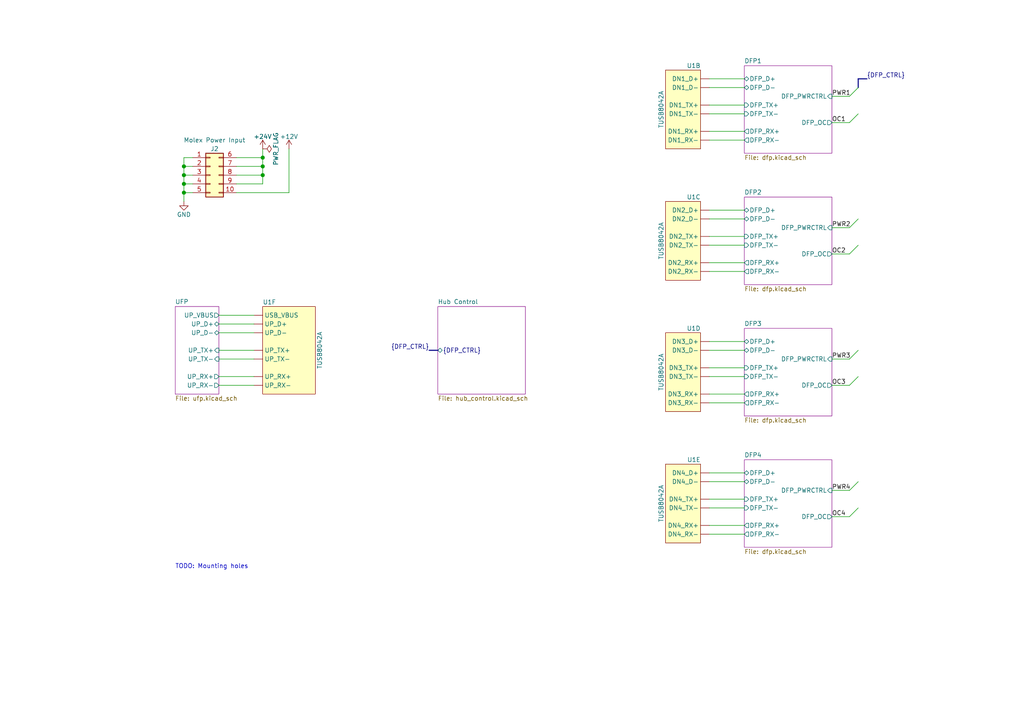
<source format=kicad_sch>
(kicad_sch (version 20210621) (generator eeschema)
  (paper "A4")
  (lib_symbols
    (symbol "Connector_Generic:Conn_02x05_Top_Bottom" (pin_names (offset 1.016) hide)
      (property "Reference" "J" (at 1.27 7.62 0))
      (property "Value" "Conn_02x05_Top_Bottom" (at 1.27 -7.62 0))
      (symbol "Conn_02x05_Top_Bottom_1_1"
        (rectangle (start -1.27 -4.953) (end 0 -5.207) (stroke (width 0.1524)))
        (rectangle (start -1.27 -2.413) (end 0 -2.667) (stroke (width 0.1524)))
        (rectangle (start -1.27 0.127) (end 0 -0.127) (stroke (width 0.1524)))
        (rectangle (start -1.27 2.667) (end 0 2.413) (stroke (width 0.1524)))
        (rectangle (start -1.27 5.207) (end 0 4.953) (stroke (width 0.1524)))
        (rectangle (start 3.81 -4.953) (end 2.54 -5.207) (stroke (width 0.1524)))
        (rectangle (start 3.81 -2.413) (end 2.54 -2.667) (stroke (width 0.1524)))
        (rectangle (start 3.81 0.127) (end 2.54 -0.127) (stroke (width 0.1524)))
        (rectangle (start 3.81 2.667) (end 2.54 2.413) (stroke (width 0.1524)))
        (rectangle (start 3.81 5.207) (end 2.54 4.953) (stroke (width 0.1524)))
        (rectangle (start -1.27 6.35) (end 3.81 -6.35) (stroke (width 0.254)) (fill (type background)))
        (pin passive line (at -5.08 5.08 0) (length 3.81) (name "Pin_1") (number "1"))
        (pin passive line (at 7.62 -5.08 180) (length 3.81) (name "Pin_10") (number "10"))
        (pin passive line (at -5.08 2.54 0) (length 3.81) (name "Pin_2") (number "2"))
        (pin passive line (at -5.08 0 0) (length 3.81) (name "Pin_3") (number "3"))
        (pin passive line (at -5.08 -2.54 0) (length 3.81) (name "Pin_4") (number "4"))
        (pin passive line (at -5.08 -5.08 0) (length 3.81) (name "Pin_5") (number "5"))
        (pin passive line (at 7.62 5.08 180) (length 3.81) (name "Pin_6") (number "6"))
        (pin passive line (at 7.62 2.54 180) (length 3.81) (name "Pin_7") (number "7"))
        (pin passive line (at 7.62 0 180) (length 3.81) (name "Pin_8") (number "8"))
        (pin passive line (at 7.62 -2.54 180) (length 3.81) (name "Pin_9") (number "9"))
      )
    )
    (symbol "DX-MON:TUSB8042A" (pin_numbers hide)
      (property "Reference" "U" (at -20.32 21.59 0))
      (property "Value" "TUSB8042A" (at 20.32 -21.59 0))
      (symbol "TUSB8042A_1_1"
        (rectangle (start -20.32 20.32) (end 20.32 -20.32) (stroke (width 0.1524)) (fill (type background)))
        (pin passive line (at -2.54 22.86 270) (length 2.54) hide (name "VDD") (number "13"))
        (pin power_in line (at 2.54 22.86 270) (length 2.54) (name "VDD33") (number "16"))
        (pin passive line (at -2.54 22.86 270) (length 2.54) hide (name "VDD") (number "21"))
        (pin passive line (at -2.54 22.86 270) (length 2.54) hide (name "VDD") (number "28"))
        (pin passive line (at -2.54 22.86 270) (length 2.54) hide (name "VDD") (number "31"))
        (pin bidirectional line (at -22.86 -15.24 0) (length 2.54) (name "PWRCTRL4") (number "32"))
        (pin bidirectional line (at -22.86 -12.7 0) (length 2.54) (name "PWRCTRL3") (number "33"))
        (pin passive line (at 2.54 22.86 270) (length 2.54) hide (name "VDD33") (number "34"))
        (pin bidirectional line (at -22.86 -10.16 0) (length 2.54) (name "PWRCTRL2") (number "35"))
        (pin bidirectional line (at -22.86 -7.62 0) (length 2.54) (name "PWRCTRL1") (number "36"))
        (pin bidirectional line (at 22.86 -12.7 180) (length 2.54) (name "SDA") (number "37"))
        (pin input line (at 22.86 -15.24 180) (length 2.54) (name "SCL") (number "38"))
        (pin bidirectional line (at 22.86 -5.08 180) (length 2.54) (name "~{SMBUS}/SS_SUSPEND") (number "39"))
        (pin bidirectional line (at -6.35 -22.86 90) (length 2.54) (name "~{FULLPWRMGMT}/~{FULLAUTO}/SMBA1/SS_UP") (number "40"))
        (pin bidirectional line (at 22.86 -2.54 180) (length 2.54) (name "PWRCTRL_POL") (number "41"))
        (pin bidirectional line (at 22.86 0 180) (length 2.54) (name "GANGED/SMBA2/HS_UP") (number "42"))
        (pin input line (at -22.86 -2.54 0) (length 2.54) (name "~{OVERCUR4}") (number "43"))
        (pin input line (at -22.86 0 0) (length 2.54) (name "~{OVERCUR3}") (number "44"))
        (pin bidirectional line (at 22.86 -7.62 180) (length 2.54) (name "~{AUTOEN}/HS_SUSPEND") (number "45"))
        (pin input line (at -22.86 5.08 0) (length 2.54) (name "~{OVERCUR1}") (number "46"))
        (pin input line (at -22.86 2.54 0) (length 2.54) (name "~{OVERCUR2}") (number "47"))
        (pin input line (at 22.86 7.62 180) (length 2.54) (name "TEST") (number "49"))
        (pin power_in line (at -2.54 22.86 270) (length 2.54) (name "VDD") (number "5"))
        (pin input line (at 22.86 17.78 180) (length 2.54) (name "~{GRST}") (number "50"))
        (pin passive line (at -2.54 22.86 270) (length 2.54) hide (name "VDD") (number "51"))
        (pin passive line (at 2.54 22.86 270) (length 2.54) hide (name "VDD33") (number "52"))
        (pin passive line (at -2.54 22.86 270) (length 2.54) hide (name "VDD") (number "57"))
        (pin output clock (at -22.86 12.7 0) (length 2.54) (name "XO") (number "61"))
        (pin input clock (at -22.86 15.24 0) (length 2.54) (name "XI") (number "62"))
        (pin input line (at 22.86 12.7 180) (length 2.54) (name "USB_R1") (number "64"))
        (pin power_in line (at 0 -22.86 90) (length 2.54) (name "GND") (number "65"))
        (pin passive line (at -2.54 22.86 270) (length 2.54) hide (name "VDD") (number "8"))
      )
      (symbol "TUSB8042A_2_1"
        (rectangle (start -5.08 11.43) (end 5.08 -11.43) (stroke (width 0.1524)) (fill (type background)))
        (pin bidirectional line (at -7.62 8.89 0) (length 2.54) (name "DN1_D+") (number "1"))
        (pin bidirectional line (at -7.62 6.35 0) (length 2.54) (name "DN1_D-") (number "2"))
        (pin output line (at -7.62 1.27 0) (length 2.54) (name "DN1_TX+") (number "3"))
        (pin output line (at -7.62 -1.27 0) (length 2.54) (name "DN1_TX-") (number "4"))
        (pin input line (at -7.62 -6.35 0) (length 2.54) (name "DN1_RX+") (number "6"))
        (pin input line (at -7.62 -8.89 0) (length 2.54) (name "DN1_RX-") (number "7"))
      )
      (symbol "TUSB8042A_3_1"
        (rectangle (start -5.08 11.43) (end 5.08 -11.43) (stroke (width 0.1524)) (fill (type background)))
        (pin bidirectional line (at -7.62 6.35 0) (length 2.54) (name "DN2_D-") (number "10"))
        (pin output line (at -7.62 1.27 0) (length 2.54) (name "DN2_TX+") (number "11"))
        (pin output line (at -7.62 -1.27 0) (length 2.54) (name "DN2_TX-") (number "12"))
        (pin input line (at -7.62 -6.35 0) (length 2.54) (name "DN2_RX+") (number "14"))
        (pin input line (at -7.62 -8.89 0) (length 2.54) (name "DN2_RX-") (number "15"))
        (pin bidirectional line (at -7.62 8.89 0) (length 2.54) (name "DN2_D+") (number "9"))
      )
      (symbol "TUSB8042A_4_1"
        (rectangle (start -5.08 11.43) (end 5.08 -11.43) (stroke (width 0.1524)) (fill (type background)))
        (pin bidirectional line (at -7.62 8.89 0) (length 2.54) (name "DN3_D+") (number "17"))
        (pin bidirectional line (at -7.62 6.35 0) (length 2.54) (name "DN3_D-") (number "18"))
        (pin output line (at -7.62 1.27 0) (length 2.54) (name "DN3_TX+") (number "19"))
        (pin output line (at -7.62 -1.27 0) (length 2.54) (name "DN3_TX-") (number "20"))
        (pin input line (at -7.62 -6.35 0) (length 2.54) (name "DN3_RX+") (number "22"))
        (pin input line (at -7.62 -8.89 0) (length 2.54) (name "DN3_RX-") (number "23"))
      )
      (symbol "TUSB8042A_5_1"
        (rectangle (start -5.08 11.43) (end 5.08 -11.43) (stroke (width 0.1524)) (fill (type background)))
        (pin bidirectional line (at -7.62 8.89 0) (length 2.54) (name "DN4_D+") (number "24"))
        (pin bidirectional line (at -7.62 6.35 0) (length 2.54) (name "DN4_D-") (number "25"))
        (pin output line (at -7.62 1.27 0) (length 2.54) (name "DN4_TX+") (number "26"))
        (pin output line (at -7.62 -1.27 0) (length 2.54) (name "DN4_TX-") (number "27"))
        (pin input line (at -7.62 -6.35 0) (length 2.54) (name "DN4_RX+") (number "29"))
        (pin input line (at -7.62 -8.89 0) (length 2.54) (name "DN4_RX-") (number "30"))
      )
      (symbol "TUSB8042A_6_1"
        (rectangle (start -7.62 12.7) (end 7.62 -12.7) (stroke (width 0.1524)) (fill (type background)))
        (pin input line (at -10.16 10.16 0) (length 2.54) (name "USB_VBUS") (number "48"))
        (pin bidirectional line (at -10.16 7.62 0) (length 2.54) (name "UP_D+") (number "53"))
        (pin bidirectional line (at -10.16 5.08 0) (length 2.54) (name "UP_D-") (number "54"))
        (pin output line (at -10.16 0 0) (length 2.54) (name "UP_TX+") (number "55"))
        (pin output line (at -10.16 -2.54 0) (length 2.54) (name "UP_TX-") (number "56"))
        (pin input line (at -10.16 -7.62 0) (length 2.54) (name "UP_RX+") (number "58"))
        (pin input line (at -10.16 -10.16 0) (length 2.54) (name "UP_RX-") (number "59"))
      )
    )
    (symbol "power:+12V" (power) (pin_names (offset 0))
      (property "Value" "+12V" (at 0 3.556 0))
      (symbol "+12V_0_1"
        (polyline (pts (xy -0.762 1.27) (xy 0 2.54)))
        (polyline (pts (xy 0 0) (xy 0 2.54)))
        (polyline (pts (xy 0 2.54) (xy 0.762 1.27)))
      )
      (symbol "+12V_1_1"
        (pin power_in line (at 0 0 90) (length 0) hide (name "+12V") (number "1"))
      )
    )
    (symbol "power:+24V" (power) (pin_names (offset 0))
      (property "Value" "+24V" (at 0 3.556 0))
      (symbol "+24V_0_1"
        (polyline (pts (xy -0.762 1.27) (xy 0 2.54)))
        (polyline (pts (xy 0 0) (xy 0 2.54)))
        (polyline (pts (xy 0 2.54) (xy 0.762 1.27)))
      )
      (symbol "+24V_1_1"
        (pin power_in line (at 0 0 90) (length 0) hide (name "+24V") (number "1"))
      )
    )
    (symbol "power:GND" (power) (pin_names (offset 0))
      (property "Value" "GND" (at 0 -3.81 0))
      (symbol "GND_0_1"
        (polyline (pts (xy 0 0) (xy 0 -1.27) (xy 1.27 -1.27) (xy 0 -2.54) (xy -1.27 -1.27) (xy 0 -1.27)))
      )
      (symbol "GND_1_1"
        (pin power_in line (at 0 0 270) (length 0) hide (name "GND") (number "1"))
      )
    )
    (symbol "power:PWR_FLAG" (power) (pin_numbers hide) (pin_names (offset 0) hide)
      (property "Value" "PWR_FLAG" (at 0 3.81 0))
      (symbol "PWR_FLAG_0_0"
        (pin power_out line (at 0 0 90) (length 0) (name "pwr") (number "1"))
      )
      (symbol "PWR_FLAG_0_1"
        (polyline (pts (xy 0 0) (xy 0 1.27) (xy -1.016 1.905) (xy 0 2.54) (xy 1.016 1.905) (xy 0 1.27)))
      )
    )
  )
  (bus_alias "DFP_CTRL" (members "OC[1..4]" "PWR[1..4]"))
  (junction (at 53.34 48.26) (diameter 1.016))
  (junction (at 53.34 50.8) (diameter 1.016))
  (junction (at 53.34 53.34) (diameter 1.016))
  (junction (at 53.34 55.88) (diameter 1.016))
  (junction (at 76.2 45.72) (diameter 1.016))
  (junction (at 76.2 48.26) (diameter 1.016))
  (junction (at 76.2 50.8) (diameter 1.016))
  (bus_entry (at 248.92 25.4) (size -2.54 2.54))
  (bus_entry (at 248.92 33.02) (size -2.54 2.54))
  (bus_entry (at 248.92 63.5) (size -2.54 2.54))
  (bus_entry (at 248.92 71.12) (size -2.54 2.54))
  (bus_entry (at 248.92 101.6) (size -2.54 2.54))
  (bus_entry (at 248.92 109.22) (size -2.54 2.54))
  (bus_entry (at 248.92 139.7) (size -2.54 2.54))
  (bus_entry (at 248.92 147.32) (size -2.54 2.54))
  (wire (pts (xy 53.34 45.72) (xy 53.34 48.26)))
  (wire (pts (xy 53.34 48.26) (xy 53.34 50.8)))
  (wire (pts (xy 53.34 50.8) (xy 53.34 53.34)))
  (wire (pts (xy 53.34 53.34) (xy 53.34 55.88)))
  (wire (pts (xy 53.34 55.88) (xy 53.34 58.42)))
  (wire (pts (xy 55.88 45.72) (xy 53.34 45.72)))
  (wire (pts (xy 55.88 48.26) (xy 53.34 48.26)))
  (wire (pts (xy 55.88 50.8) (xy 53.34 50.8)))
  (wire (pts (xy 55.88 53.34) (xy 53.34 53.34)))
  (wire (pts (xy 55.88 55.88) (xy 53.34 55.88)))
  (wire (pts (xy 63.5 91.44) (xy 73.66 91.44)))
  (wire (pts (xy 63.5 96.52) (xy 73.66 96.52)))
  (wire (pts (xy 63.5 104.14) (xy 73.66 104.14)))
  (wire (pts (xy 63.5 111.76) (xy 73.66 111.76)))
  (wire (pts (xy 68.58 48.26) (xy 76.2 48.26)))
  (wire (pts (xy 68.58 50.8) (xy 76.2 50.8)))
  (wire (pts (xy 68.58 53.34) (xy 76.2 53.34)))
  (wire (pts (xy 73.66 93.98) (xy 63.5 93.98)))
  (wire (pts (xy 73.66 101.6) (xy 63.5 101.6)))
  (wire (pts (xy 73.66 109.22) (xy 63.5 109.22)))
  (wire (pts (xy 76.2 43.18) (xy 76.2 45.72)))
  (wire (pts (xy 76.2 45.72) (xy 68.58 45.72)))
  (wire (pts (xy 76.2 48.26) (xy 76.2 45.72)))
  (wire (pts (xy 76.2 50.8) (xy 76.2 48.26)))
  (wire (pts (xy 76.2 53.34) (xy 76.2 50.8)))
  (wire (pts (xy 83.82 43.18) (xy 83.82 55.88)))
  (wire (pts (xy 83.82 55.88) (xy 68.58 55.88)))
  (wire (pts (xy 205.74 22.86) (xy 215.9 22.86)))
  (wire (pts (xy 205.74 30.48) (xy 215.9 30.48)))
  (wire (pts (xy 205.74 38.1) (xy 215.9 38.1)))
  (wire (pts (xy 205.74 60.96) (xy 215.9 60.96)))
  (wire (pts (xy 205.74 68.58) (xy 215.9 68.58)))
  (wire (pts (xy 205.74 76.2) (xy 215.9 76.2)))
  (wire (pts (xy 205.74 99.06) (xy 215.9 99.06)))
  (wire (pts (xy 205.74 106.68) (xy 215.9 106.68)))
  (wire (pts (xy 205.74 114.3) (xy 215.9 114.3)))
  (wire (pts (xy 205.74 137.16) (xy 215.9 137.16)))
  (wire (pts (xy 205.74 144.78) (xy 215.9 144.78)))
  (wire (pts (xy 205.74 152.4) (xy 215.9 152.4)))
  (wire (pts (xy 215.9 25.4) (xy 205.74 25.4)))
  (wire (pts (xy 215.9 33.02) (xy 205.74 33.02)))
  (wire (pts (xy 215.9 40.64) (xy 205.74 40.64)))
  (wire (pts (xy 215.9 63.5) (xy 205.74 63.5)))
  (wire (pts (xy 215.9 71.12) (xy 205.74 71.12)))
  (wire (pts (xy 215.9 78.74) (xy 205.74 78.74)))
  (wire (pts (xy 215.9 101.6) (xy 205.74 101.6)))
  (wire (pts (xy 215.9 109.22) (xy 205.74 109.22)))
  (wire (pts (xy 215.9 116.84) (xy 205.74 116.84)))
  (wire (pts (xy 215.9 139.7) (xy 205.74 139.7)))
  (wire (pts (xy 215.9 147.32) (xy 205.74 147.32)))
  (wire (pts (xy 215.9 154.94) (xy 205.74 154.94)))
  (wire (pts (xy 246.38 27.94) (xy 241.3 27.94)))
  (wire (pts (xy 246.38 35.56) (xy 241.3 35.56)))
  (wire (pts (xy 246.38 66.04) (xy 241.3 66.04)))
  (wire (pts (xy 246.38 73.66) (xy 241.3 73.66)))
  (wire (pts (xy 246.38 104.14) (xy 241.3 104.14)))
  (wire (pts (xy 246.38 111.76) (xy 241.3 111.76)))
  (wire (pts (xy 246.38 142.24) (xy 241.3 142.24)))
  (wire (pts (xy 246.38 149.86) (xy 241.3 149.86)))
  (bus (pts (xy 127 101.6) (xy 124.46 101.6)))
  (bus (pts (xy 248.92 22.86) (xy 248.92 147.32)))
  (bus (pts (xy 248.92 22.86) (xy 251.46 22.86)))
  (text "TODO: Mounting holes" (at 50.8 165.1 0) (effects (font (size 1.27 1.27)) (justify left bottom)))
  (label "{DFP_CTRL}" (at 124.46 101.6 180))
  (label "PWR1" (at 241.3 27.94 0))
  (label "OC1" (at 241.3 35.56 0))
  (label "PWR2" (at 241.3 66.04 0))
  (label "OC2" (at 241.3 73.66 0))
  (label "PWR3" (at 241.3 104.14 0))
  (label "OC3" (at 241.3 111.76 0))
  (label "PWR4" (at 241.3 142.24 0))
  (label "OC4" (at 241.3 149.86 0))
  (label "{DFP_CTRL}" (at 251.46 22.86 0))
  (symbol (lib_id "power:+24V") (at 76.2 43.18 0) (unit 1)
    (property "Reference" "#PWR011" (effects hide))
    (property "Value" "+24V" (at 76.2 39.624 0))
  )
  (symbol (lib_id "power:+12V") (at 83.82 43.18 0) (unit 1)
    (property "Reference" "#PWR012" (effects hide))
    (property "Value" "+12V" (at 83.82 39.624 0))
  )
  (symbol (lib_id "power:PWR_FLAG") (at 76.2 43.18 270) (unit 1)
    (property "Reference" "#FLG0101" (effects hide))
    (property "Value" "PWR_FLAG" (at 80.01 43.18 0))
  )
  (symbol (lib_id "power:GND") (at 53.34 58.42 0) (unit 1)
    (property "Reference" "#PWR010" (effects hide))
    (property "Value" "GND" (at 53.34 62.23 0))
  )
  (symbol (lib_id "Connector_Generic:Conn_02x05_Top_Bottom") (at 60.96 50.8 0) (unit 1)
    (property "Reference" "J2" (at 62.23 43.18 0))
    (property "Value" "Molex Power Input" (at 62.23 40.64 0))
    (property "Footprint" "rhais_connector-molex:39-30-1101" (effects hide))
    (property "Datasheet" "https://www.molex.com/webdocs/datasheets/pdf/en-us/0039301101_PCB_HEADERS.pdf" (effects hide))
    (property "MFR" "Molex" (effects hide))
    (property "MPN" "39-30-1101" (effects hide))
    (property "OC_FARNELL" "3107197" (effects hide))
    (property "URL_FARNELL" "https://uk.farnell.com/molex/39-30-1101/connector-header-10pos-2row-4/dp/3107197" (effects hide))
  )
  (symbol (lib_id "DX-MON:TUSB8042A") (at 198.12 31.75 0) (mirror y) (unit 2)
    (property "Reference" "U1" (at 203.2 19.05 0) (effects (justify left)))
    (property "Value" "TUSB8042A" (at 191.77 31.75 90))
    (property "Footprint" "rhais_package-qfn:QFN-64-1EP_9x9mm_P0.5mm_EP6x6mm" (effects hide))
    (property "Datasheet" "https://www.ti.com/lit/ds/symlink/tusb8042a.pdf" (effects hide))
    (property "MPN" "TUSB8042A" (effects hide))
    (property "MFR" "Texas Instruments" (effects hide))
    (property "OC_TI" "TUSB8042ARGCR" (effects hide))
    (property "URL_TI" "https://www.ti.com/product/TUSB8042A" (effects hide))
  )
  (symbol (lib_id "DX-MON:TUSB8042A") (at 198.12 69.85 0) (mirror y) (unit 3)
    (property "Reference" "U1" (at 203.2 57.15 0) (effects (justify left)))
    (property "Value" "TUSB8042A" (at 191.77 69.85 90))
    (property "Footprint" "rhais_package-qfn:QFN-64-1EP_9x9mm_P0.5mm_EP6x6mm" (effects hide))
    (property "Datasheet" "https://www.ti.com/lit/ds/symlink/tusb8042a.pdf" (effects hide))
    (property "MPN" "TUSB8042A" (effects hide))
    (property "MFR" "Texas Instruments" (effects hide))
    (property "OC_TI" "TUSB8042ARGCR" (effects hide))
    (property "URL_TI" "https://www.ti.com/product/TUSB8042A" (effects hide))
  )
  (symbol (lib_id "DX-MON:TUSB8042A") (at 198.12 107.95 0) (mirror y) (unit 4)
    (property "Reference" "U1" (at 203.2 95.25 0) (effects (justify left)))
    (property "Value" "TUSB8042A" (at 191.77 107.95 90))
    (property "Footprint" "rhais_package-qfn:QFN-64-1EP_9x9mm_P0.5mm_EP6x6mm" (effects hide))
    (property "Datasheet" "https://www.ti.com/lit/ds/symlink/tusb8042a.pdf" (effects hide))
    (property "MPN" "TUSB8042A" (effects hide))
    (property "MFR" "Texas Instruments" (effects hide))
    (property "OC_TI" "TUSB8042ARGCR" (effects hide))
    (property "URL_TI" "https://www.ti.com/product/TUSB8042A" (effects hide))
  )
  (symbol (lib_id "DX-MON:TUSB8042A") (at 198.12 146.05 0) (mirror y) (unit 5)
    (property "Reference" "U1" (at 203.2 133.35 0) (effects (justify left)))
    (property "Value" "TUSB8042A" (at 191.77 146.05 90))
    (property "Footprint" "rhais_package-qfn:QFN-64-1EP_9x9mm_P0.5mm_EP6x6mm" (effects hide))
    (property "Datasheet" "https://www.ti.com/lit/ds/symlink/tusb8042a.pdf" (effects hide))
    (property "MPN" "TUSB8042A" (effects hide))
    (property "MFR" "Texas Instruments" (effects hide))
    (property "OC_TI" "TUSB8042ARGCR" (effects hide))
    (property "URL_TI" "https://www.ti.com/product/TUSB8042A" (effects hide))
  )
  (symbol (lib_id "DX-MON:TUSB8042A") (at 83.82 101.6 0) (unit 6)
    (property "Reference" "U1" (at 76.2 87.63 0) (effects (justify left)))
    (property "Value" "TUSB8042A" (at 92.71 101.6 90))
    (property "Footprint" "rhais_package-qfn:QFN-64-1EP_9x9mm_P0.5mm_EP6x6mm" (effects hide))
    (property "Datasheet" "https://www.ti.com/lit/ds/symlink/tusb8042a.pdf" (effects hide))
    (property "MPN" "TUSB8042A" (effects hide))
    (property "MFR" "Texas Instruments" (effects hide))
    (property "OC_TI" "TUSB8042ARGCR" (effects hide))
    (property "URL_TI" "https://www.ti.com/product/TUSB8042A" (effects hide))
  )
  (sheet (at 215.9 19.05) (size 25.4 25.4) (stroke (width 0.0006) (color 132 0 132 1)) (fill (color 255 255 255 0.0000))
    (property "Sheet name" "DFP1" (at 215.9 18.4143 0) (effects (justify left bottom)))
    (property "Sheet file" "dfp.kicad_sch" (at 215.9 44.9587 0) (effects (justify left top)))
    (pin "DFP_D+" bidirectional (at 215.9 22.86 180))
    (pin "DFP_D-" bidirectional (at 215.9 25.4 180))
    (pin "DFP_TX+" input (at 215.9 30.48 180))
    (pin "DFP_TX-" input (at 215.9 33.02 180))
    (pin "DFP_RX+" output (at 215.9 38.1 180))
    (pin "DFP_RX-" output (at 215.9 40.64 180))
    (pin "DFP_OC" output (at 241.3 35.56 0))
    (pin "DFP_PWRCTRL" input (at 241.3 27.94 0))
  )
  (sheet (at 215.9 57.15) (size 25.4 25.4) (stroke (width 0.0006) (color 132 0 132 1)) (fill (color 255 255 255 0.0000))
    (property "Sheet name" "DFP2" (at 215.9 56.5143 0) (effects (justify left bottom)))
    (property "Sheet file" "dfp.kicad_sch" (at 215.9 83.0587 0) (effects (justify left top)))
    (pin "DFP_D+" bidirectional (at 215.9 60.96 180))
    (pin "DFP_D-" bidirectional (at 215.9 63.5 180))
    (pin "DFP_TX+" input (at 215.9 68.58 180))
    (pin "DFP_TX-" input (at 215.9 71.12 180))
    (pin "DFP_RX+" output (at 215.9 76.2 180))
    (pin "DFP_RX-" output (at 215.9 78.74 180))
    (pin "DFP_OC" output (at 241.3 73.66 0))
    (pin "DFP_PWRCTRL" input (at 241.3 66.04 0))
  )
  (sheet (at 215.9 95.25) (size 25.4 25.4) (stroke (width 0.0006) (color 132 0 132 1)) (fill (color 255 255 255 0.0000))
    (property "Sheet name" "DFP3" (at 215.9 94.6143 0) (effects (justify left bottom)))
    (property "Sheet file" "dfp.kicad_sch" (at 215.9 121.1587 0) (effects (justify left top)))
    (pin "DFP_D+" bidirectional (at 215.9 99.06 180))
    (pin "DFP_D-" bidirectional (at 215.9 101.6 180))
    (pin "DFP_TX+" input (at 215.9 106.68 180))
    (pin "DFP_TX-" input (at 215.9 109.22 180))
    (pin "DFP_RX+" output (at 215.9 114.3 180))
    (pin "DFP_RX-" output (at 215.9 116.84 180))
    (pin "DFP_OC" output (at 241.3 111.76 0))
    (pin "DFP_PWRCTRL" input (at 241.3 104.14 0))
  )
  (sheet (at 215.9 133.35) (size 25.4 25.4) (stroke (width 0.0006) (color 132 0 132 1)) (fill (color 255 255 255 0.0000))
    (property "Sheet name" "DFP4" (at 215.9 132.7143 0) (effects (justify left bottom)))
    (property "Sheet file" "dfp.kicad_sch" (at 215.9 159.2587 0) (effects (justify left top)))
    (pin "DFP_D+" bidirectional (at 215.9 137.16 180))
    (pin "DFP_D-" bidirectional (at 215.9 139.7 180))
    (pin "DFP_TX+" input (at 215.9 144.78 180))
    (pin "DFP_TX-" input (at 215.9 147.32 180))
    (pin "DFP_RX+" output (at 215.9 152.4 180))
    (pin "DFP_RX-" output (at 215.9 154.94 180))
    (pin "DFP_OC" output (at 241.3 149.86 0))
    (pin "DFP_PWRCTRL" input (at 241.3 142.24 0))
  )
  (sheet (at 127 88.9) (size 25.4 25.4) (stroke (width 0.0006) (color 132 0 132 1)) (fill (color 255 255 255 0.0000))
    (property "Sheet name" "Hub Control" (at 127 88.2643 0) (effects (justify left bottom)))
    (property "Sheet file" "hub_control.kicad_sch" (at 127 114.8087 0) (effects (justify left top)))
    (pin "{DFP_CTRL}" bidirectional (at 127 101.6 180))
  )
  (sheet (at 50.8 88.9) (size 12.7 25.4) (stroke (width 0.0006) (color 132 0 132 1)) (fill (color 255 255 255 0.0000))
    (property "Sheet name" "UFP" (at 50.8 88.2643 0) (effects (justify left bottom)))
    (property "Sheet file" "ufp.kicad_sch" (at 50.8 114.8087 0) (effects (justify left top)))
    (pin "UP_VBUS" output (at 63.5 91.44 0))
    (pin "UP_D-" bidirectional (at 63.5 96.52 0))
    (pin "UP_D+" bidirectional (at 63.5 93.98 0))
    (pin "UP_TX-" input (at 63.5 104.14 0))
    (pin "UP_RX-" output (at 63.5 111.76 0))
    (pin "UP_RX+" output (at 63.5 109.22 0))
    (pin "UP_TX+" input (at 63.5 101.6 0))
  )
)
</source>
